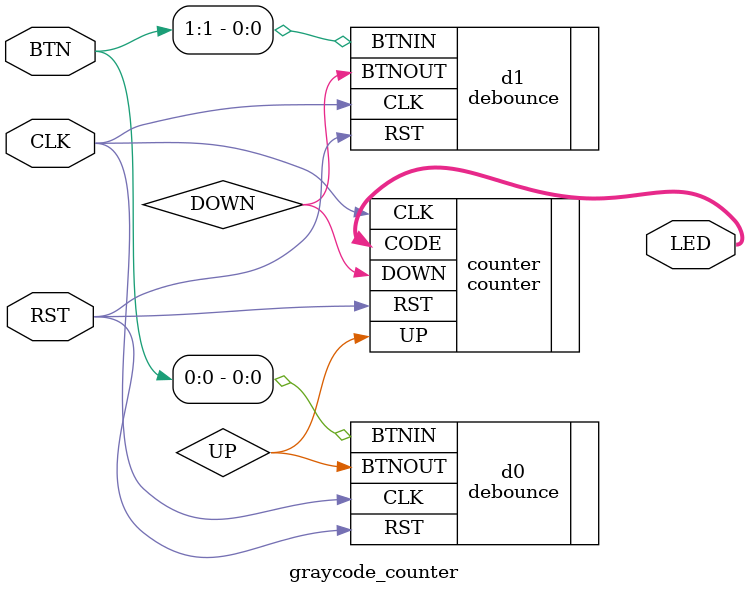
<source format=v>
module graycode_counter (
                         input            CLK,
                         input            RST,
                         input  [1:0]     BTN,
                         output [3:0]     LED         
                         );

   /* チャタリング除去回路に接続 */
   wire                                   UP, DOWN;
   debounce d0(.CLK(CLK), .RST(RST), .BTNIN(BTN[0]), .BTNOUT(UP));
   debounce d1(.CLK(CLK), .RST(RST), .BTNIN(BTN[1]), .BTNOUT(DOWN));

   /* グレイコードカウンタ */
   counter counter(.CLK(CLK), .RST(RST), .UP(UP), .DOWN(DOWN), .CODE(LED));
   
endmodule
        

</source>
